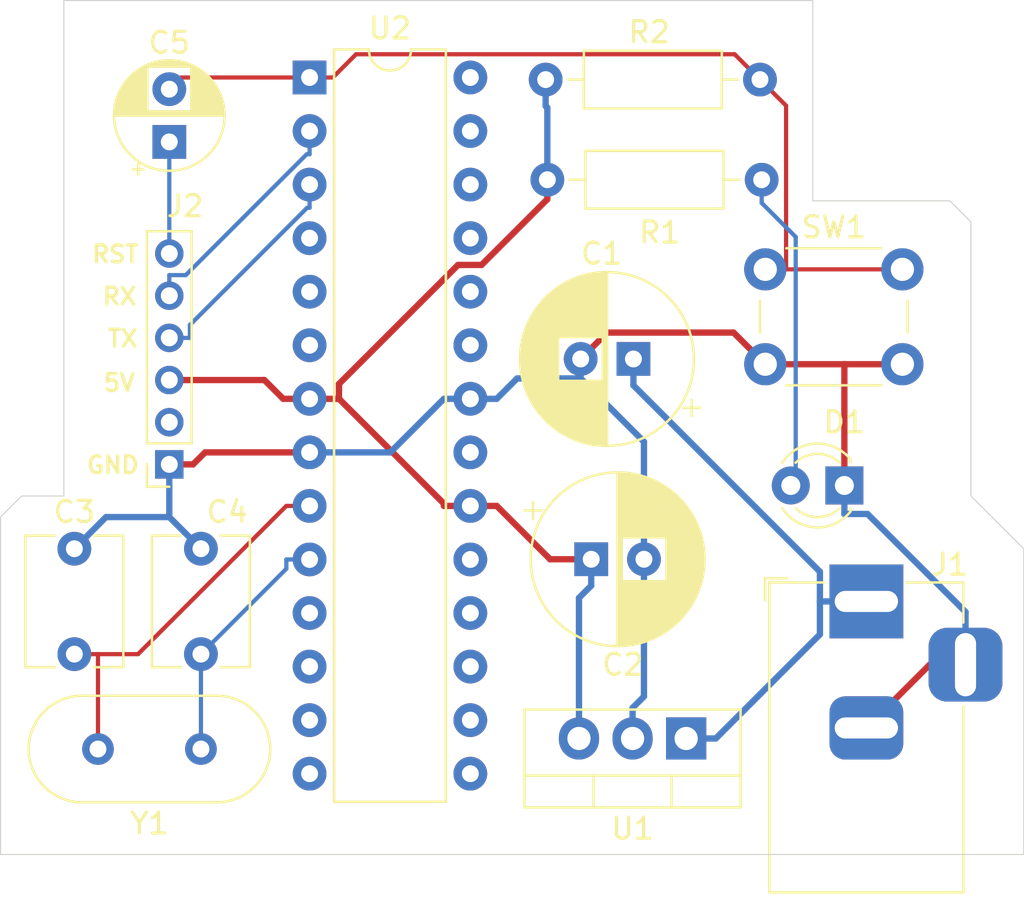
<source format=kicad_pcb>
(kicad_pcb (version 20240108) (generator "pcbnew") (generator_version "8.0")
  (layers (0 "F.Cu" signal) (31 "B.Cu" signal) (34 "B.Paste" user) (35 "F.Paste" user) (36 "B.SilkS" user "B.Silkscreen") (37 "F.SilkS" user "F.Silkscreen") (38 "B.Mask" user) (39 "F.Mask" user) (44 "Edge.Cuts" user))
  (net 0 "")
  (net 1 "GND")
  (net 2 "+9V")
  (net 3 "+5V")
  (net 4 "Net-(U2-XTAL1{slash}PB6)")
  (net 5 "Net-(U2-XTAL2{slash}PB7)")
  (net 6 "Net-(J2-Pin_6)")
  (net 7 "/~{RESET}")
  (net 8 "Net-(D1-A)")
  (net 9 "M8RXD")
  (net 10 "M8TXD")
  (footprint "Capacitor_THT:C_Disc_D6.0mm_W4.4mm_P5.00mm" (layer "F.Cu") (at 126 112 90)
    (property "Reference" "C4" (at 6.75 1.25 0) (layer "F.SilkS"))
    (property "Value" "22pF")
    (pad "1" thru_hole circle (at 0 0 90) (size 1.6 1.6) (drill 0.8) (layers "*.Cu" "*.Mask") (net 5 "Net-(U2-XTAL2{slash}PB7)"))
    (pad "2" thru_hole circle (at 5 0 90) (size 1.6 1.6) (drill 0.8) (layers "*.Cu" "*.Mask") (net 1 "GND"))
  )
  (footprint "Package_TO_SOT_THT:TO-220-3_Vertical" (layer "F.Cu") (at 149 116 180)
    (property "Reference" "U1" (at 2.54 -4.27 180) (layer "F.SilkS"))
    (property "Value" "LM7805_TO220")
    (pad "1" thru_hole rect (at 0 0 180) (size 1.905 2) (drill 1.1) (layers "*.Cu" "*.Mask") (net 2 "+9V"))
    (pad "2" thru_hole oval (at 2.54 0 180) (size 1.905 2) (drill 1.1) (layers "*.Cu" "*.Mask") (net 1 "GND"))
    (pad "3" thru_hole oval (at 5.08 0 180) (size 1.905 2) (drill 1.1) (layers "*.Cu" "*.Mask") (net 3 "+5V"))
  )
  (footprint "Capacitor_THT:CP_Radial_D8.0mm_P2.50mm" (layer "F.Cu") (at 146.5 98 180)
    (property "Reference" "C1" (at 1.5 5 180) (layer "F.SilkS"))
    (property "Value" "10µF")
    (pad "1" thru_hole rect (at 0 0 180) (size 1.6 1.6) (drill 0.8) (layers "*.Cu" "*.Mask") (net 2 "+9V"))
    (pad "2" thru_hole circle (at 2.5 0 180) (size 1.6 1.6) (drill 0.8) (layers "*.Cu" "*.Mask") (net 1 "GND"))
  )
  (footprint "LED_THT:LED_D3.0mm" (layer "F.Cu") (at 156.5 104 180)
    (property "Reference" "D1" (at 0 3 180) (layer "F.SilkS"))
    (property "Value" "RED")
    (pad "1" thru_hole rect (at 0 0 180) (size 1.8 1.8) (drill 0.9) (layers "*.Cu" "*.Mask") (net 1 "GND"))
    (pad "2" thru_hole circle (at 2.54 0 180) (size 1.8 1.8) (drill 0.9) (layers "*.Cu" "*.Mask") (net 8 "Net-(D1-A)"))
  )
  (footprint "Connector_BarrelJack:BarrelJack_Horizontal" (layer "F.Cu") (at 157.5425 109.5 90)
    (property "Reference" "J1" (at 1.75 3.9575 0) (layer "F.SilkS"))
    (property "Value" "PWR-IN")
    (pad "1" thru_hole rect (at 0 0 90) (size 3.5 3.5) (drill oval 1 3) (layers "*.Cu" "*.Mask") (net 2 "+9V"))
    (pad "2" thru_hole roundrect (at -6 0 90) (size 3 3.5) (drill oval 1 3) (layers "*.Cu" "*.Mask") (net 1 "GND"))
    (pad "3" thru_hole roundrect (at -3 4.7 90) (size 3.5 3.5) (drill oval 3 1) (layers "*.Cu" "*.Mask") (net 1 "GND"))
  )
  (footprint "Resistor_THT:R_Axial_DIN0207_L6.3mm_D2.5mm_P10.16mm_Horizontal" (layer "F.Cu") (at 142.42 89.5)
    (property "Reference" "R1" (at 5.33 2.5 0) (layer "F.SilkS"))
    (property "Value" "220Ω")
    (pad "1" thru_hole circle (at 0 0) (size 1.6 1.6) (drill 0.8) (layers "*.Cu" "*.Mask") (net 3 "+5V"))
    (pad "2" thru_hole oval (at 10.16 0) (size 1.6 1.6) (drill 0.8) (layers "*.Cu" "*.Mask") (net 8 "Net-(D1-A)"))
  )
  (footprint "Resistor_THT:R_Axial_DIN0207_L6.3mm_D2.5mm_P10.16mm_Horizontal" (layer "F.Cu") (at 152.5 84.75 180)
    (property "Reference" "R2" (at 5.25 2.25 180) (layer "F.SilkS"))
    (property "Value" "10kΩ")
    (pad "1" thru_hole circle (at 0 0 180) (size 1.6 1.6) (drill 0.8) (layers "*.Cu" "*.Mask") (net 7 "/~{RESET}"))
    (pad "2" thru_hole oval (at 10.16 0 180) (size 1.6 1.6) (drill 0.8) (layers "*.Cu" "*.Mask") (net 3 "+5V"))
  )
  (footprint "Crystal:Crystal_HC49-4H_Vertical" (layer "F.Cu") (at 126 116.5 180)
    (property "Reference" "Y1" (at 2.44 -3.525 180) (layer "F.SilkS"))
    (property "Value" "16MHz")
    (pad "1" thru_hole circle (at 0 0 180) (size 1.5 1.5) (drill 0.8) (layers "*.Cu" "*.Mask") (net 5 "Net-(U2-XTAL2{slash}PB7)"))
    (pad "2" thru_hole circle (at 4.88 0 180) (size 1.5 1.5) (drill 0.8) (layers "*.Cu" "*.Mask") (net 4 "Net-(U2-XTAL1{slash}PB6)"))
  )
  (footprint "Capacitor_THT:CP_Radial_D5.0mm_P2.50mm" (layer "F.Cu") (at 124.5 87.7051 90)
    (property "Reference" "C5" (at 4.705113 0 0) (layer "F.SilkS"))
    (property "Value" "1µF")
    (pad "1" thru_hole rect (at 0 0 90) (size 1.6 1.6) (drill 0.8) (layers "*.Cu" "*.Mask") (net 6 "Net-(J2-Pin_6)"))
    (pad "2" thru_hole circle (at 2.5 0 90) (size 1.6 1.6) (drill 0.8) (layers "*.Cu" "*.Mask") (net 7 "/~{RESET}"))
  )
  (footprint "Connector_PinSocket_2.00mm:PinSocket_1x06_P2.00mm_Vertical" (layer "F.Cu") (at 124.5 103 180)
    (property "Reference" "J2" (at -0.75 12.25 180) (layer "F.SilkS"))
    (property "Value" "Conn_01x06")
    (pad "1" thru_hole rect (at 0 0 180) (size 1.35 1.35) (drill 0.8) (layers "*.Cu" "*.Mask") (net 1 "GND"))
    (pad "2" thru_hole oval (at 0 2 180) (size 1.35 1.35) (drill 0.8) (layers "*.Cu" "*.Mask"))
    (pad "3" thru_hole oval (at 0 4 180) (size 1.35 1.35) (drill 0.8) (layers "*.Cu" "*.Mask") (net 3 "+5V"))
    (pad "4" thru_hole oval (at 0 6 180) (size 1.35 1.35) (drill 0.8) (layers "*.Cu" "*.Mask") (net 10 "M8TXD"))
    (pad "5" thru_hole oval (at 0 8 180) (size 1.35 1.35) (drill 0.8) (layers "*.Cu" "*.Mask") (net 9 "M8RXD"))
    (pad "6" thru_hole oval (at 0 10 180) (size 1.35 1.35) (drill 0.8) (layers "*.Cu" "*.Mask") (net 6 "Net-(J2-Pin_6)"))
  )
  (footprint "Capacitor_THT:C_Disc_D6.0mm_W4.4mm_P5.00mm" (layer "F.Cu") (at 120 112 90)
    (property "Reference" "C3" (at 6.75 0 0) (layer "F.SilkS"))
    (property "Value" "22pF")
    (pad "1" thru_hole circle (at 0 0 90) (size 1.6 1.6) (drill 0.8) (layers "*.Cu" "*.Mask") (net 4 "Net-(U2-XTAL1{slash}PB6)"))
    (pad "2" thru_hole circle (at 5 0 90) (size 1.6 1.6) (drill 0.8) (layers "*.Cu" "*.Mask") (net 1 "GND"))
  )
  (footprint "Package_DIP:DIP-28_W7.62mm" (layer "F.Cu") (at 131.15 84.65)
    (property "Reference" "U2" (at 3.81 -2.33 0) (layer "F.SilkS"))
    (property "Value" "ATmega328P-P")
    (pad "1" thru_hole rect (at 0 0) (size 1.6 1.6) (drill 0.8) (layers "*.Cu" "*.Mask") (net 7 "/~{RESET}"))
    (pad "2" thru_hole oval (at 0 2.54) (size 1.6 1.6) (drill 0.8) (layers "*.Cu" "*.Mask") (net 9 "M8RXD"))
    (pad "3" thru_hole oval (at 0 5.08) (size 1.6 1.6) (drill 0.8) (layers "*.Cu" "*.Mask") (net 10 "M8TXD"))
    (pad "4" thru_hole oval (at 0 7.62) (size 1.6 1.6) (drill 0.8) (layers "*.Cu" "*.Mask"))
    (pad "5" thru_hole oval (at 0 10.16) (size 1.6 1.6) (drill 0.8) (layers "*.Cu" "*.Mask"))
    (pad "6" thru_hole oval (at 0 12.7) (size 1.6 1.6) (drill 0.8) (layers "*.Cu" "*.Mask"))
    (pad "7" thru_hole oval (at 0 15.24) (size 1.6 1.6) (drill 0.8) (layers "*.Cu" "*.Mask") (net 3 "+5V"))
    (pad "8" thru_hole oval (at 0 17.78) (size 1.6 1.6) (drill 0.8) (layers "*.Cu" "*.Mask") (net 1 "GND"))
    (pad "9" thru_hole oval (at 0 20.32) (size 1.6 1.6) (drill 0.8) (layers "*.Cu" "*.Mask") (net 4 "Net-(U2-XTAL1{slash}PB6)"))
    (pad "10" thru_hole oval (at 0 22.86) (size 1.6 1.6) (drill 0.8) (layers "*.Cu" "*.Mask") (net 5 "Net-(U2-XTAL2{slash}PB7)"))
    (pad "11" thru_hole oval (at 0 25.4) (size 1.6 1.6) (drill 0.8) (layers "*.Cu" "*.Mask"))
    (pad "12" thru_hole oval (at 0 27.94) (size 1.6 1.6) (drill 0.8) (layers "*.Cu" "*.Mask"))
    (pad "13" thru_hole oval (at 0 30.48) (size 1.6 1.6) (drill 0.8) (layers "*.Cu" "*.Mask"))
    (pad "14" thru_hole oval (at 0 33.02) (size 1.6 1.6) (drill 0.8) (layers "*.Cu" "*.Mask"))
    (pad "15" thru_hole oval (at 7.62 33.02) (size 1.6 1.6) (drill 0.8) (layers "*.Cu" "*.Mask"))
    (pad "16" thru_hole oval (at 7.62 30.48) (size 1.6 1.6) (drill 0.8) (layers "*.Cu" "*.Mask"))
    (pad "17" thru_hole oval (at 7.62 27.94) (size 1.6 1.6) (drill 0.8) (layers "*.Cu" "*.Mask"))
    (pad "18" thru_hole oval (at 7.62 25.4) (size 1.6 1.6) (drill 0.8) (layers "*.Cu" "*.Mask"))
    (pad "19" thru_hole oval (at 7.62 22.86) (size 1.6 1.6) (drill 0.8) (layers "*.Cu" "*.Mask"))
    (pad "20" thru_hole oval (at 7.62 20.32) (size 1.6 1.6) (drill 0.8) (layers "*.Cu" "*.Mask") (net 3 "+5V"))
    (pad "21" thru_hole oval (at 7.62 17.78) (size 1.6 1.6) (drill 0.8) (layers "*.Cu" "*.Mask"))
    (pad "22" thru_hole oval (at 7.62 15.24) (size 1.6 1.6) (drill 0.8) (layers "*.Cu" "*.Mask") (net 1 "GND"))
    (pad "23" thru_hole oval (at 7.62 12.7) (size 1.6 1.6) (drill 0.8) (layers "*.Cu" "*.Mask"))
    (pad "24" thru_hole oval (at 7.62 10.16) (size 1.6 1.6) (drill 0.8) (layers "*.Cu" "*.Mask"))
    (pad "25" thru_hole oval (at 7.62 7.62) (size 1.6 1.6) (drill 0.8) (layers "*.Cu" "*.Mask"))
    (pad "26" thru_hole oval (at 7.62 5.08) (size 1.6 1.6) (drill 0.8) (layers "*.Cu" "*.Mask"))
    (pad "27" thru_hole oval (at 7.62 2.54) (size 1.6 1.6) (drill 0.8) (layers "*.Cu" "*.Mask"))
    (pad "28" thru_hole oval (at 7.62 0) (size 1.6 1.6) (drill 0.8) (layers "*.Cu" "*.Mask"))
  )
  (footprint "Button_Switch_THT:SW_PUSH_6mm_H5mm" (layer "F.Cu") (at 152.75 93.75)
    (property "Reference" "SW1" (at 3.25 -2 0) (layer "F.SilkS"))
    (property "Value" "SW_Push")
    (pad "1" thru_hole circle (at 0 0 90) (size 2 2) (drill 1.1) (layers "*.Cu" "*.Mask") (net 7 "/~{RESET}"))
    (pad "1" thru_hole circle (at 6.5 0 90) (size 2 2) (drill 1.1) (layers "*.Cu" "*.Mask") (net 7 "/~{RESET}"))
    (pad "2" thru_hole circle (at 0 4.5 90) (size 2 2) (drill 1.1) (layers "*.Cu" "*.Mask") (net 1 "GND"))
    (pad "2" thru_hole circle (at 6.5 4.5 90) (size 2 2) (drill 1.1) (layers "*.Cu" "*.Mask") (net 1 "GND"))
  )
  (footprint "Capacitor_THT:CP_Radial_D8.0mm_P2.50mm" (layer "F.Cu") (at 144.5 107.5)
    (property "Reference" "C2" (at 1.5 5 0) (layer "F.SilkS"))
    (property "Value" "10µF")
    (pad "1" thru_hole rect (at 0 0) (size 1.6 1.6) (drill 0.8) (layers "*.Cu" "*.Mask") (net 3 "+5V"))
    (pad "2" thru_hole circle (at 2.5 0) (size 1.6 1.6) (drill 0.8) (layers "*.Cu" "*.Mask") (net 1 "GND"))
  )
  (gr_line (start 162.5 104.5) (end 162.5 91.5) (stroke (width 0.05)) (layer "Edge.Cuts"))
  (gr_line (start 117.5 104.5) (end 119.5 104.5) (stroke (width 0.05)) (layer "Edge.Cuts"))
  (gr_line (start 116.5 105.5) (end 117.5 104.5) (stroke (width 0.05)) (layer "Edge.Cuts"))
  (gr_line (start 165 107) (end 162.5 104.5) (stroke (width 0.05)) (layer "Edge.Cuts"))
  (gr_line (start 116.5 121.5) (end 116.5 105.5) (stroke (width 0.05)) (layer "Edge.Cuts"))
  (gr_line (start 165 121.5) (end 165 121) (stroke (width 0.05)) (layer "Edge.Cuts"))
  (gr_line (start 161.5 90.5) (end 155 90.5) (stroke (width 0.05)) (layer "Edge.Cuts"))
  (gr_line (start 155 82) (end 155 90) (stroke (width 0.05)) (layer "Edge.Cuts"))
  (gr_line (start 119.5 104.5) (end 119.5 81) (stroke (width 0.05)) (layer "Edge.Cuts"))
  (gr_line (start 162.5 91.5) (end 161.5 90.5) (stroke (width 0.05)) (layer "Edge.Cuts"))
  (gr_line (start 155 90.5) (end 155 90) (stroke (width 0.05)) (layer "Edge.Cuts"))
  (gr_line (start 155 81) (end 155 82) (stroke (width 0.05)) (layer "Edge.Cuts"))
  (gr_line (start 165 107) (end 165 121) (stroke (width 0.05)) (layer "Edge.Cuts"))
  (gr_line (start 119.5 81) (end 155 81) (stroke (width 0.05)) (layer "Edge.Cuts"))
  (gr_line (start 116.5 121.5) (end 165 121.5) (stroke (width 0.05)) (layer "Edge.Cuts"))
  (gr_text "RX" (at 121.25 95.5 0) (layer "F.SilkS") (effects (font (size 0.8 0.8) (thickness 0.16) (bold yes)) (justify left bottom)))
  (gr_text "5V" (at 121.3 99.6 0) (layer "F.SilkS") (effects (font (size 0.8 0.8) (thickness 0.16) (bold yes)) (justify left bottom)))
  (gr_text "GND" (at 120.5 103.5 0) (layer "F.SilkS") (effects (font (size 0.8 0.8) (thickness 0.16) (bold yes)) (justify left bottom)))
  (gr_text "TX" (at 121.5 97.5 0) (layer "F.SilkS") (effects (font (size 0.8 0.8) (thickness 0.16) (bold yes)) (justify left bottom)))
  (gr_text "RST" (at 120.75 93.5 0) (layer "F.SilkS") (effects (font (size 0.8 0.8) (thickness 0.16) (bold yes)) (justify left bottom)))
  (segment (start 162.2425 112.5) (end 160.5425 112.5) (width 0.3) (layer "F.Cu") (net 1))
  (segment (start 144 98) (end 145.2517 96.7483) (width 0.3) (layer "F.Cu") (net 1))
  (segment (start 131.15 102.43) (end 126.1967 102.43) (width 0.3) (layer "F.Cu") (net 1))
  (segment (start 156.5 98.25) (end 152.75 98.25) (width 0.3) (layer "F.Cu") (net 1))
  (segment (start 124.5 103) (end 125.6267 103) (width 0.3) (layer "F.Cu") (net 1))
  (segment (start 159.25 98.25) (end 156.5 98.25) (width 0.3) (layer "F.Cu") (net 1))
  (segment (start 145.2517 96.7483) (end 151.2483 96.7483) (width 0.3) (layer "F.Cu") (net 1))
  (segment (start 151.2483 96.7483) (end 152.75 98.25) (width 0.3) (layer "F.Cu") (net 1))
  (segment (start 160.5425 112.5) (end 157.5425 115.5) (width 0.3) (layer "F.Cu") (net 1))
  (segment (start 126.1967 102.43) (end 125.6267 103) (width 0.3) (layer "F.Cu") (net 1))
  (segment (start 156.5 98.25) (end 156.5 104) (width 0.3) (layer "F.Cu") (net 1))
  (segment (start 124.5 105.5) (end 126 107) (width 0.3) (layer "B.Cu") (net 1))
  (segment (start 140.9867 98.925) (end 140.0217 99.89) (width 0.3) (layer "B.Cu") (net 1))
  (segment (start 146.46 116) (end 146.46 114.5483) (width 0.3) (layer "B.Cu") (net 1))
  (segment (start 147 101.925) (end 144 98.925) (width 0.3) (layer "B.Cu") (net 1))
  (segment (start 121.5 105.5) (end 120 107) (width 0.3) (layer "B.Cu") (net 1))
  (segment (start 124.5 103) (end 124.5 105.5) (width 0.3) (layer "B.Cu") (net 1))
  (segment (start 156.5 105.3517) (end 157.5983 105.3517) (width 0.3) (layer "B.Cu") (net 1))
  (segment (start 147 107.5) (end 147 101.925) (width 0.3) (layer "B.Cu") (net 1))
  (segment (start 124.5 105.5) (end 121.5 105.5) (width 0.3) (layer "B.Cu") (net 1))
  (segment (start 156.5 104) (end 156.5 105.3517) (width 0.3) (layer "B.Cu") (net 1))
  (segment (start 138.77 99.89) (end 140.0217 99.89) (width 0.3) (layer "B.Cu") (net 1))
  (segment (start 147 114.0083) (end 147 107.5) (width 0.3) (layer "B.Cu") (net 1))
  (segment (start 157.5983 105.3517) (end 162.2425 109.9959) (width 0.3) (layer "B.Cu") (net 1))
  (segment (start 162.2425 109.9959) (end 162.2425 112.5) (width 0.3) (layer "B.Cu") (net 1))
  (segment (start 138.77 99.89) (end 137.5183 99.89) (width 0.3) (layer "B.Cu") (net 1))
  (segment (start 144 98.925) (end 140.9867 98.925) (width 0.3) (layer "B.Cu") (net 1))
  (segment (start 144 98.925) (end 144 98) (width 0.3) (layer "B.Cu") (net 1))
  (segment (start 146.46 114.5483) (end 147 114.0083) (width 0.3) (layer "B.Cu") (net 1))
  (segment (start 134.9783 102.43) (end 131.15 102.43) (width 0.3) (layer "B.Cu") (net 1))
  (segment (start 137.5183 99.89) (end 134.9783 102.43) (width 0.3) (layer "B.Cu") (net 1))
  (segment (start 149 116) (end 150.4042 116) (width 0.3) (layer "B.Cu") (net 2))
  (segment (start 146.5 99.2517) (end 155.3408 108.0925) (width 0.3) (layer "B.Cu") (net 2))
  (segment (start 146.5 98) (end 146.5 99.2517) (width 0.3) (layer "B.Cu") (net 2))
  (segment (start 155.3408 108.0925) (end 155.3408 109.5) (width 0.3) (layer "B.Cu") (net 2))
  (segment (start 157.5425 109.5) (end 155.3408 109.5) (width 0.3) (layer "B.Cu") (net 2))
  (segment (start 155.3408 111.0634) (end 150.4042 116) (width 0.3) (layer "B.Cu") (net 2))
  (segment (start 155.3408 109.5) (end 155.3408 111.0634) (width 0.3) (layer "B.Cu") (net 2))
  (segment (start 129.8983 99.89) (end 129.0083 99) (width 0.3) (layer "F.Cu") (net 3))
  (segment (start 130.5518 99.89) (end 129.8983 99.89) (width 0.3) (layer "F.Cu") (net 3))
  (segment (start 138.77 104.97) (end 137.5183 104.97) (width 0.3) (layer "F.Cu") (net 3))
  (segment (start 132.5442 99.89) (end 132.5442 99.1837) (width 0.3) (layer "F.Cu") (net 3))
  (segment (start 142.42 90.4226) (end 142.42 89.5) (width 0.3) (layer "F.Cu") (net 3))
  (segment (start 132.4017 99.89) (end 132.5442 99.89) (width 0.3) (layer "F.Cu") (net 3))
  (segment (start 138.77 104.97) (end 140.0217 104.97) (width 0.3) (layer "F.Cu") (net 3))
  (segment (start 137.5183 104.97) (end 137.5183 104.8641) (width 0.3) (layer "F.Cu") (net 3))
  (segment (start 130.5518 99.89) (end 131.15 99.89) (width 0.3) (layer "F.Cu") (net 3))
  (segment (start 139.3026 93.54) (end 142.42 90.4226) (width 0.3) (layer "F.Cu") (net 3))
  (segment (start 137.5183 104.8641) (end 132.5442 99.89) (width 0.3) (layer "F.Cu") (net 3))
  (segment (start 132.5442 99.1837) (end 138.1879 93.54) (width 0.3) (layer "F.Cu") (net 3))
  (segment (start 138.1879 93.54) (end 139.3026 93.54) (width 0.3) (layer "F.Cu") (net 3))
  (segment (start 144.5 107.5) (end 142.5517 107.5) (width 0.3) (layer "F.Cu") (net 3))
  (segment (start 142.5517 107.5) (end 140.0217 104.97) (width 0.3) (layer "F.Cu") (net 3))
  (segment (start 129.0083 99) (end 124.5 99) (width 0.3) (layer "F.Cu") (net 3))
  (segment (start 131.15 99.89) (end 132.4017 99.89) (width 0.3) (layer "F.Cu") (net 3))
  (segment (start 142.34 86.0017) (end 142.42 86.0817) (width 0.3) (layer "B.Cu") (net 3))
  (segment (start 143.92 109.3317) (end 143.92 116) (width 0.3) (layer "B.Cu") (net 3))
  (segment (start 144.5 107.5) (end 144.5 108.7517) (width 0.3) (layer "B.Cu") (net 3))
  (segment (start 142.42 86.0817) (end 142.42 89.5) (width 0.3) (layer "B.Cu") (net 3))
  (segment (start 142.34 84.75) (end 142.34 86.0017) (width 0.3) (layer "B.Cu") (net 3))
  (segment (start 144.5 108.7517) (end 143.92 109.3317) (width 0.3) (layer "B.Cu") (net 3))
  (segment (start 121.12 112) (end 121.12 116.5) (width 0.2) (layer "F.Cu") (net 4))
  (segment (start 130.0483 104.97) (end 123.0183 112) (width 0.2) (layer "F.Cu") (net 4))
  (segment (start 123.0183 112) (end 121.12 112) (width 0.2) (layer "F.Cu") (net 4))
  (segment (start 131.15 104.97) (end 130.0483 104.97) (width 0.2) (layer "F.Cu") (net 4))
  (segment (start 121.12 112) (end 120 112) (width 0.2) (layer "F.Cu") (net 4))
  (segment (start 130.0483 107.9517) (end 126 112) (width 0.2) (layer "B.Cu") (net 5))
  (segment (start 130.0483 107.51) (end 130.0483 107.9517) (width 0.2) (layer "B.Cu") (net 5))
  (segment (start 126 116.5) (end 126 112) (width 0.2) (layer "B.Cu") (net 5))
  (segment (start 131.15 107.51) (end 130.0483 107.51) (width 0.2) (layer "B.Cu") (net 5))
  (segment (start 124.5 93) (end 124.5 87.7051) (width 0.2) (layer "B.Cu") (net 6))
  (segment (start 153.7366 93.75) (end 153.7366 85.9866) (width 0.2) (layer "F.Cu") (net 7))
  (segment (start 124.5 85.2051) (end 125.0551 84.65) (width 0.2) (layer "F.Cu") (net 7))
  (segment (start 151.2983 83.5483) (end 133.3534 83.5483) (width 0.2) (layer "F.Cu") (net 7))
  (segment (start 133.3534 83.5483) (end 132.2517 84.65) (width 0.2) (layer "F.Cu") (net 7))
  (segment (start 153.7366 93.75) (end 152.75 93.75) (width 0.2) (layer "F.Cu") (net 7))
  (segment (start 131.15 84.65) (end 132.2517 84.65) (width 0.2) (layer "F.Cu") (net 7))
  (segment (start 159.25 93.75) (end 153.7366 93.75) (width 0.2) (layer "F.Cu") (net 7))
  (segment (start 153.7366 85.9866) (end 152.5 84.75) (width 0.2) (layer "F.Cu") (net 7))
  (segment (start 152.5 84.75) (end 151.2983 83.5483) (width 0.2) (layer "F.Cu") (net 7))
  (segment (start 125.0551 84.65) (end 131.15 84.65) (width 0.2) (layer "F.Cu") (net 7))
  (segment (start 152.58 89.5) (end 152.58 90.6017) (width 0.2) (layer "B.Cu") (net 8))
  (segment (start 152.58 90.6017) (end 154.1925 92.2142) (width 0.2) (layer "B.Cu") (net 8))
  (segment (start 154.1925 92.2142) (end 154.1925 103.7675) (width 0.2) (layer "B.Cu") (net 8))
  (segment (start 154.1925 103.7675) (end 153.96 104) (width 0.2) (layer "B.Cu") (net 8))
  (segment (start 131.15 87.19) (end 131.15 88.2917) (width 0.2) (layer "B.Cu") (net 9))
  (segment (start 124.5 95) (end 124.5 94.0233) (width 0.2) (layer "B.Cu") (net 9))
  (segment (start 131.15 88.2917) (end 131.0122 88.2917) (width 0.2) (layer "B.Cu") (net 9))
  (segment (start 131.0122 88.2917) (end 125.2806 94.0233) (width 0.2) (layer "B.Cu") (net 9))
  (segment (start 125.2806 94.0233) (end 124.5 94.0233) (width 0.2) (layer "B.Cu") (net 9))
  (segment (start 131.0296 90.8317) (end 125.4767 96.3846) (width 0.2) (layer "B.Cu") (net 10))
  (segment (start 124.5 97) (end 125.4767 97) (width 0.2) (layer "B.Cu") (net 10))
  (segment (start 131.15 90.8317) (end 131.0296 90.8317) (width 0.2) (layer "B.Cu") (net 10))
  (segment (start 131.15 89.73) (end 131.15 90.8317) (width 0.2) (layer "B.Cu") (net 10))
  (segment (start 125.4767 96.3846) (end 125.4767 97) (width 0.2) (layer "B.Cu") (net 10))
)
</source>
